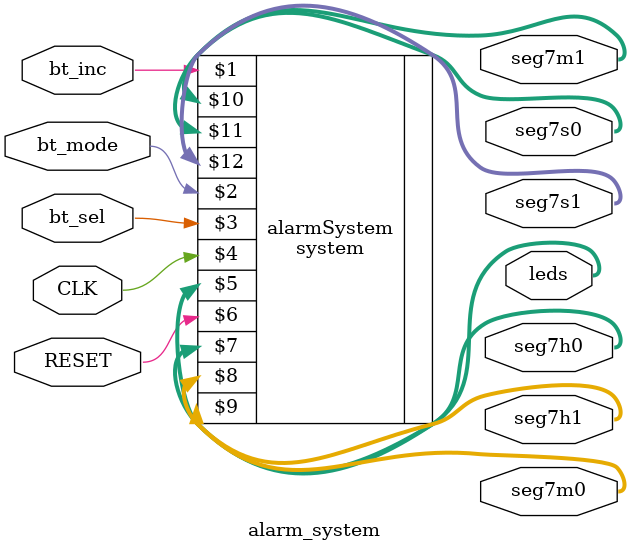
<source format=v>
module alarm_system(input wire CLK, RESET,bt_inc, bt_sel, bt_mode,
							output wire [7:0] leds,
							output wire [6:0] seg7s0,seg7s1,seg7m0,seg7m1,seg7h0,seg7h1);


system alarmSystem (bt_inc, bt_mode ,bt_sel, CLK,leds,RESET,
							seg7h0,seg7h1,
							seg7m0,seg7m1,
							seg7s0,seg7s1);
							


						

endmodule 
</source>
